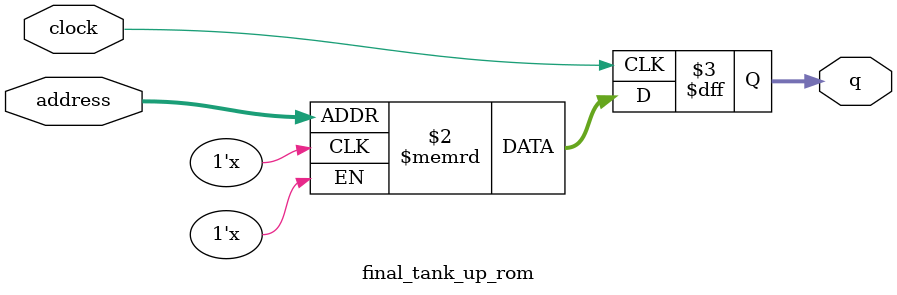
<source format=sv>
module final_tank_up_rom (
	input logic clock,
	input logic [9:0] address,
	output logic [3:0] q
);

logic [3:0] memory [0:1023] /* synthesis ram_init_file = "./final_tank_up/final_tank_up.mif" */;

always_ff @ (posedge clock) begin
	q <= memory[address];
end

endmodule

</source>
